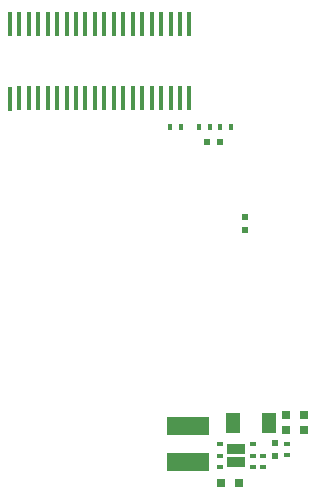
<source format=gtp>
G04 #@! TF.FileFunction,Paste,Top*
%FSLAX46Y46*%
G04 Gerber Fmt 4.6, Leading zero omitted, Abs format (unit mm)*
G04 Created by KiCad (PCBNEW 4.0.7) date 06/10/18 20:05:32*
%MOMM*%
%LPD*%
G01*
G04 APERTURE LIST*
%ADD10C,0.100000*%
%ADD11R,1.500000X0.900000*%
%ADD12R,0.600000X0.350000*%
%ADD13R,0.600000X0.500000*%
%ADD14R,0.500000X0.600000*%
%ADD15R,0.800000X0.750000*%
%ADD16R,1.300000X1.800000*%
%ADD17R,0.400000X2.100000*%
%ADD18R,3.600000X1.500000*%
%ADD19R,0.400000X0.600000*%
%ADD20R,0.600000X0.400000*%
G04 APERTURE END LIST*
D10*
D11*
X142367000Y-106595000D03*
D12*
X140967000Y-105095000D03*
X140967000Y-106045000D03*
X140967000Y-106995000D03*
X143767000Y-106995000D03*
X143767000Y-106045000D03*
X143767000Y-105095000D03*
D11*
X142367000Y-105495000D03*
D13*
X141012000Y-79502000D03*
X139912000Y-79502000D03*
D14*
X143129000Y-86910000D03*
X143129000Y-85810000D03*
D15*
X142609000Y-108331000D03*
X141109000Y-108331000D03*
D14*
X145669000Y-104987000D03*
X145669000Y-106087000D03*
D15*
X148070000Y-103886000D03*
X146570000Y-103886000D03*
X148070000Y-102616000D03*
X146570000Y-102616000D03*
D16*
X145137000Y-103251000D03*
X142137000Y-103251000D03*
D17*
X138410000Y-69490000D03*
X123210000Y-75815000D03*
X124010000Y-75790000D03*
X124810000Y-75790000D03*
X125610000Y-75790000D03*
X126410000Y-75790000D03*
X127210000Y-75790000D03*
X128010000Y-75790000D03*
X128810000Y-75790000D03*
X129610000Y-75790000D03*
X130410000Y-75790000D03*
X131210000Y-75790000D03*
X132010000Y-75790000D03*
X132810000Y-75790000D03*
X133610000Y-75790000D03*
X134410000Y-75790000D03*
X135210000Y-75790000D03*
X136010000Y-75790000D03*
X136810000Y-75790000D03*
X137610000Y-75790000D03*
X138410000Y-75790000D03*
X137610000Y-69490000D03*
X136810000Y-69490000D03*
X136010000Y-69490000D03*
X135210000Y-69490000D03*
X134410000Y-69490000D03*
X133610000Y-69490000D03*
X132810000Y-69490000D03*
X132010000Y-69490000D03*
X131210000Y-69490000D03*
X130410000Y-69490000D03*
X129610000Y-69490000D03*
X128810000Y-69490000D03*
X128010000Y-69490000D03*
X127210000Y-69490000D03*
X126410000Y-69490000D03*
X125610000Y-69490000D03*
X124810000Y-69490000D03*
X124010000Y-69490000D03*
X123210000Y-69490000D03*
D18*
X138303000Y-103504000D03*
X138303000Y-106554000D03*
D19*
X141928000Y-78232000D03*
X141028000Y-78232000D03*
X136760800Y-78232000D03*
X137660800Y-78232000D03*
X140150000Y-78232000D03*
X139250000Y-78232000D03*
D20*
X146685000Y-105087000D03*
X146685000Y-105987000D03*
X144653000Y-107003000D03*
X144653000Y-106103000D03*
M02*

</source>
